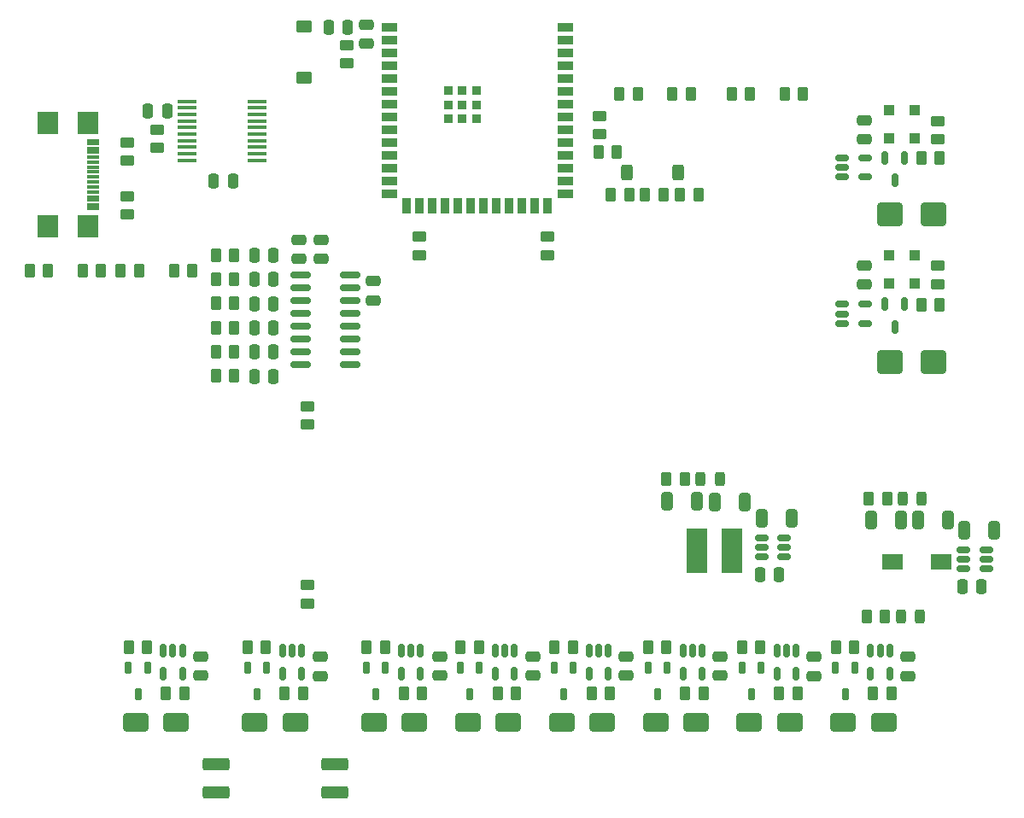
<source format=gtp>
%TF.GenerationSoftware,KiCad,Pcbnew,9.0.6*%
%TF.CreationDate,2026-01-06T18:18:01+01:00*%
%TF.ProjectId,pellet_burner,70656c6c-6574-45f6-9275-726e65722e6b,rev?*%
%TF.SameCoordinates,Original*%
%TF.FileFunction,Paste,Top*%
%TF.FilePolarity,Positive*%
%FSLAX46Y46*%
G04 Gerber Fmt 4.6, Leading zero omitted, Abs format (unit mm)*
G04 Created by KiCad (PCBNEW 9.0.6) date 2026-01-06 18:18:01*
%MOMM*%
%LPD*%
G01*
G04 APERTURE LIST*
G04 Aperture macros list*
%AMRoundRect*
0 Rectangle with rounded corners*
0 $1 Rounding radius*
0 $2 $3 $4 $5 $6 $7 $8 $9 X,Y pos of 4 corners*
0 Add a 4 corners polygon primitive as box body*
4,1,4,$2,$3,$4,$5,$6,$7,$8,$9,$2,$3,0*
0 Add four circle primitives for the rounded corners*
1,1,$1+$1,$2,$3*
1,1,$1+$1,$4,$5*
1,1,$1+$1,$6,$7*
1,1,$1+$1,$8,$9*
0 Add four rect primitives between the rounded corners*
20,1,$1+$1,$2,$3,$4,$5,0*
20,1,$1+$1,$4,$5,$6,$7,0*
20,1,$1+$1,$6,$7,$8,$9,0*
20,1,$1+$1,$8,$9,$2,$3,0*%
G04 Aperture macros list end*
%ADD10R,1.500000X0.900000*%
%ADD11R,0.900000X1.500000*%
%ADD12R,0.900000X0.900000*%
%ADD13RoundRect,0.250000X-0.250000X-0.475000X0.250000X-0.475000X0.250000X0.475000X-0.250000X0.475000X0*%
%ADD14RoundRect,0.150000X-0.150000X0.512500X-0.150000X-0.512500X0.150000X-0.512500X0.150000X0.512500X0*%
%ADD15R,2.000000X2.180000*%
%ADD16R,1.150000X0.300000*%
%ADD17RoundRect,0.250000X-0.450000X0.262500X-0.450000X-0.262500X0.450000X-0.262500X0.450000X0.262500X0*%
%ADD18RoundRect,0.250000X0.262500X0.450000X-0.262500X0.450000X-0.262500X-0.450000X0.262500X-0.450000X0*%
%ADD19RoundRect,0.300000X0.500000X-0.300000X0.500000X0.300000X-0.500000X0.300000X-0.500000X-0.300000X0*%
%ADD20RoundRect,0.300000X-0.300000X-0.500000X0.300000X-0.500000X0.300000X0.500000X-0.300000X0.500000X0*%
%ADD21RoundRect,0.250000X-0.262500X-0.450000X0.262500X-0.450000X0.262500X0.450000X-0.262500X0.450000X0*%
%ADD22RoundRect,0.250000X0.300000X-0.300000X0.300000X0.300000X-0.300000X0.300000X-0.300000X-0.300000X0*%
%ADD23RoundRect,0.250000X0.475000X-0.250000X0.475000X0.250000X-0.475000X0.250000X-0.475000X-0.250000X0*%
%ADD24RoundRect,0.250000X0.450000X-0.262500X0.450000X0.262500X-0.450000X0.262500X-0.450000X-0.262500X0*%
%ADD25RoundRect,0.150000X-0.512500X-0.150000X0.512500X-0.150000X0.512500X0.150000X-0.512500X0.150000X0*%
%ADD26RoundRect,0.150000X0.512500X0.150000X-0.512500X0.150000X-0.512500X-0.150000X0.512500X-0.150000X0*%
%ADD27R,2.000000X4.400000*%
%ADD28RoundRect,0.250000X1.000000X0.650000X-1.000000X0.650000X-1.000000X-0.650000X1.000000X-0.650000X0*%
%ADD29RoundRect,0.162500X-0.162500X0.447500X-0.162500X-0.447500X0.162500X-0.447500X0.162500X0.447500X0*%
%ADD30RoundRect,0.250000X0.325000X0.650000X-0.325000X0.650000X-0.325000X-0.650000X0.325000X-0.650000X0*%
%ADD31RoundRect,0.250000X0.250000X0.475000X-0.250000X0.475000X-0.250000X-0.475000X0.250000X-0.475000X0*%
%ADD32RoundRect,0.250000X-1.075000X0.375000X-1.075000X-0.375000X1.075000X-0.375000X1.075000X0.375000X0*%
%ADD33RoundRect,0.100000X-0.850000X-0.100000X0.850000X-0.100000X0.850000X0.100000X-0.850000X0.100000X0*%
%ADD34RoundRect,0.250000X-0.325000X-0.650000X0.325000X-0.650000X0.325000X0.650000X-0.325000X0.650000X0*%
%ADD35RoundRect,0.250000X-0.475000X0.250000X-0.475000X-0.250000X0.475000X-0.250000X0.475000X0.250000X0*%
%ADD36RoundRect,0.150000X-0.825000X-0.150000X0.825000X-0.150000X0.825000X0.150000X-0.825000X0.150000X0*%
%ADD37RoundRect,0.250000X1.000000X0.900000X-1.000000X0.900000X-1.000000X-0.900000X1.000000X-0.900000X0*%
%ADD38RoundRect,0.243750X-0.243750X-0.456250X0.243750X-0.456250X0.243750X0.456250X-0.243750X0.456250X0*%
%ADD39R,2.150000X1.600000*%
G04 APERTURE END LIST*
D10*
%TO.C,U3*%
X104328600Y-61777400D03*
X104328600Y-63047400D03*
X104328600Y-64317400D03*
X104328600Y-65587400D03*
X104328600Y-66857400D03*
X104328600Y-68127400D03*
X104328600Y-69397400D03*
X104328600Y-70667400D03*
X104328600Y-71937400D03*
X104328600Y-73207400D03*
X104328600Y-74477400D03*
X104328600Y-75747400D03*
X104328600Y-77017400D03*
X104328600Y-78287400D03*
D11*
X102563600Y-79537400D03*
X101293600Y-79537400D03*
X100023600Y-79537400D03*
X98753600Y-79537400D03*
X97483600Y-79537400D03*
X96213600Y-79537400D03*
X94943600Y-79537400D03*
X93673600Y-79537400D03*
X92403600Y-79537400D03*
X91133600Y-79537400D03*
X89863600Y-79537400D03*
X88593600Y-79537400D03*
D10*
X86828600Y-78287400D03*
X86828600Y-77017400D03*
X86828600Y-75747400D03*
X86828600Y-74477400D03*
X86828600Y-73207400D03*
X86828600Y-71937400D03*
X86828600Y-70667400D03*
X86828600Y-69397400D03*
X86828600Y-68127400D03*
X86828600Y-66857400D03*
X86828600Y-65587400D03*
X86828600Y-64317400D03*
X86828600Y-63047400D03*
X86828600Y-61777400D03*
D12*
X95478600Y-69497400D03*
X95478600Y-68097400D03*
X95474206Y-70897400D03*
X94078600Y-69497400D03*
X94078600Y-68097400D03*
X94074206Y-70897400D03*
X92678600Y-69497400D03*
X92678600Y-68097400D03*
X92674206Y-70897400D03*
%TD*%
D13*
%TO.C,C15*%
X82738000Y-61772800D03*
X80838000Y-61772800D03*
%TD*%
D14*
%TO.C,D6*%
X136946600Y-91539900D03*
X135996600Y-89264900D03*
X137896600Y-89264900D03*
%TD*%
%TO.C,D10*%
X136946600Y-77005600D03*
X135996600Y-74730600D03*
X137896600Y-74730600D03*
%TD*%
D15*
%TO.C,J7*%
X56939800Y-81513200D03*
X56939800Y-71293200D03*
X53009800Y-81513200D03*
X53009800Y-71293200D03*
D16*
X57514800Y-73353200D03*
X57514800Y-74153200D03*
X57514800Y-74653200D03*
X57514800Y-75653200D03*
X57514800Y-77153200D03*
X57514800Y-78153200D03*
X57514800Y-78653200D03*
X57514800Y-79453200D03*
X57514800Y-79753200D03*
X57514800Y-78953200D03*
X57514800Y-77653200D03*
X57514800Y-76653200D03*
X57514800Y-76153200D03*
X57514800Y-75153200D03*
X57514800Y-73853200D03*
X57514800Y-73053200D03*
%TD*%
D17*
%TO.C,R3*%
X82600800Y-65403100D03*
X82600800Y-63578100D03*
%TD*%
%TO.C,R11*%
X89863600Y-84402300D03*
X89863600Y-82577300D03*
%TD*%
%TO.C,R12*%
X102563600Y-84402300D03*
X102563600Y-82577300D03*
%TD*%
D18*
%TO.C,R34*%
X112203700Y-78409800D03*
X114028700Y-78409800D03*
%TD*%
D19*
%TO.C,SW1*%
X78359000Y-61737400D03*
X78359000Y-66837400D03*
%TD*%
D20*
%TO.C,SW2*%
X115513800Y-76174600D03*
X110413800Y-76174600D03*
%TD*%
D21*
%TO.C,R35*%
X109665300Y-68402200D03*
X111490300Y-68402200D03*
%TD*%
D22*
%TO.C,D12*%
X138912600Y-72828600D03*
X138912600Y-70028600D03*
%TD*%
D18*
%TO.C,R4*%
X127316385Y-127838343D03*
X125491385Y-127838343D03*
%TD*%
D23*
%TO.C,C22*%
X133962800Y-72923600D03*
X133962800Y-71023600D03*
%TD*%
D24*
%TO.C,R21*%
X60858400Y-75029700D03*
X60858400Y-73204700D03*
%TD*%
D21*
%TO.C,R44*%
X56442900Y-85928200D03*
X58267900Y-85928200D03*
%TD*%
D25*
%TO.C,U7*%
X131755300Y-74743100D03*
X131755300Y-75693100D03*
X131755300Y-76643100D03*
X134030300Y-76643100D03*
X134030300Y-74743100D03*
%TD*%
D26*
%TO.C,U1*%
X126008600Y-114300000D03*
X126008600Y-113350000D03*
X126008600Y-112400000D03*
X123733600Y-112400000D03*
X123733600Y-113350000D03*
X123733600Y-114300000D03*
%TD*%
D27*
%TO.C,L1*%
X120812600Y-113690400D03*
X117312600Y-113690400D03*
%TD*%
D28*
%TO.C,D19*%
X135841771Y-130733800D03*
X131841771Y-130733800D03*
%TD*%
D22*
%TO.C,D7*%
X138912600Y-87205000D03*
X138912600Y-84405000D03*
%TD*%
D18*
%TO.C,R16*%
X90104842Y-127838343D03*
X88279842Y-127838343D03*
%TD*%
D29*
%TO.C,Q2*%
X123688885Y-125308343D03*
X121788885Y-125308343D03*
X122738885Y-127928343D03*
%TD*%
D14*
%TO.C,U5*%
X127158885Y-123632143D03*
X126208885Y-123632143D03*
X125258885Y-123632143D03*
X125258885Y-125907143D03*
X127158885Y-125907143D03*
%TD*%
D21*
%TO.C,R30*%
X61002271Y-123240143D03*
X62827271Y-123240143D03*
%TD*%
D30*
%TO.C,C2*%
X146802600Y-111658400D03*
X143852600Y-111658400D03*
%TD*%
D31*
%TO.C,C4*%
X125496400Y-116078000D03*
X123596400Y-116078000D03*
%TD*%
D30*
%TO.C,C7*%
X137542800Y-110667800D03*
X134592800Y-110667800D03*
%TD*%
%TO.C,C5*%
X117324400Y-108839000D03*
X114374400Y-108839000D03*
%TD*%
D21*
%TO.C,R6*%
X69643700Y-86792280D03*
X71468700Y-86792280D03*
%TD*%
D31*
%TO.C,C25*%
X75356800Y-84424520D03*
X73456800Y-84424520D03*
%TD*%
D21*
%TO.C,R58*%
X103200614Y-123240143D03*
X105025614Y-123240143D03*
%TD*%
D26*
%TO.C,U4*%
X146056900Y-115529400D03*
X146056900Y-114579400D03*
X146056900Y-113629400D03*
X143781900Y-113629400D03*
X143781900Y-114579400D03*
X143781900Y-115529400D03*
%TD*%
D21*
%TO.C,R9*%
X112503500Y-123240143D03*
X114328500Y-123240143D03*
%TD*%
%TO.C,R40*%
X69643700Y-84394520D03*
X71468700Y-84394520D03*
%TD*%
D32*
%TO.C,F2*%
X69672200Y-134853343D03*
X69672200Y-137653343D03*
%TD*%
D17*
%TO.C,R22*%
X60833000Y-78538700D03*
X60833000Y-80363700D03*
%TD*%
D22*
%TO.C,D8*%
X136372600Y-87205000D03*
X136372600Y-84405000D03*
%TD*%
D33*
%TO.C,U15*%
X66761600Y-69138800D03*
X66761600Y-69788800D03*
X66761600Y-70438800D03*
X66761600Y-71088800D03*
X66761600Y-71738800D03*
X66761600Y-72388800D03*
X66761600Y-73038800D03*
X66761600Y-73688800D03*
X66761600Y-74338800D03*
X66761600Y-74988800D03*
X73761600Y-74988800D03*
X73761600Y-74338800D03*
X73761600Y-73688800D03*
X73761600Y-73038800D03*
X73761600Y-72388800D03*
X73761600Y-71738800D03*
X73761600Y-71088800D03*
X73761600Y-70438800D03*
X73761600Y-69788800D03*
X73761600Y-69138800D03*
%TD*%
D29*
%TO.C,Q3*%
X95780228Y-125308343D03*
X93880228Y-125308343D03*
X94830228Y-127928343D03*
%TD*%
D28*
%TO.C,D20*%
X65721571Y-130733800D03*
X61721571Y-130733800D03*
%TD*%
D34*
%TO.C,C8*%
X139255200Y-110642400D03*
X142205200Y-110642400D03*
%TD*%
D31*
%TO.C,C3*%
X145539200Y-117297200D03*
X143639200Y-117297200D03*
%TD*%
D14*
%TO.C,U9*%
X108553114Y-123632143D03*
X107603114Y-123632143D03*
X106653114Y-123632143D03*
X106653114Y-125907143D03*
X108553114Y-125907143D03*
%TD*%
D21*
%TO.C,R26*%
X72791957Y-123240143D03*
X74616957Y-123240143D03*
%TD*%
D35*
%TO.C,C19*%
X138244414Y-124220543D03*
X138244414Y-126120543D03*
%TD*%
%TO.C,C16*%
X101078271Y-124210343D03*
X101078271Y-126110343D03*
%TD*%
%TO.C,C11*%
X128967471Y-124245943D03*
X128967471Y-126145943D03*
%TD*%
D22*
%TO.C,D11*%
X136372600Y-72828600D03*
X136372600Y-70028600D03*
%TD*%
D35*
%TO.C,C12*%
X119645671Y-124195143D03*
X119645671Y-126095143D03*
%TD*%
D30*
%TO.C,C1*%
X126707200Y-110464600D03*
X123757200Y-110464600D03*
%TD*%
D35*
%TO.C,C27*%
X85217000Y-86984800D03*
X85217000Y-88884800D03*
%TD*%
D14*
%TO.C,U11*%
X89947342Y-123632143D03*
X88997342Y-123632143D03*
X88047342Y-123632143D03*
X88047342Y-125907143D03*
X89947342Y-125907143D03*
%TD*%
D21*
%TO.C,R24*%
X69643700Y-96383320D03*
X71468700Y-96383320D03*
%TD*%
D24*
%TO.C,R19*%
X141224000Y-87282500D03*
X141224000Y-85457500D03*
%TD*%
D29*
%TO.C,Q6*%
X74674457Y-125308343D03*
X72774457Y-125308343D03*
X73724457Y-127928343D03*
%TD*%
D36*
%TO.C,U20*%
X78043000Y-86385400D03*
X78043000Y-87655400D03*
X78043000Y-88925400D03*
X78043000Y-90195400D03*
X78043000Y-91465400D03*
X78043000Y-92735400D03*
X78043000Y-94005400D03*
X78043000Y-95275400D03*
X82993000Y-95275400D03*
X82993000Y-94005400D03*
X82993000Y-92735400D03*
X82993000Y-91465400D03*
X82993000Y-90195400D03*
X82993000Y-88925400D03*
X82993000Y-87655400D03*
X82993000Y-86385400D03*
%TD*%
D18*
%TO.C,R38*%
X127862800Y-68402200D03*
X126037800Y-68402200D03*
%TD*%
D29*
%TO.C,Q1*%
X105083114Y-125308343D03*
X103183114Y-125308343D03*
X104133114Y-127928343D03*
%TD*%
D24*
%TO.C,R49*%
X78690400Y-118957900D03*
X78690400Y-117132900D03*
%TD*%
D37*
%TO.C,D21*%
X140802800Y-80379800D03*
X136502800Y-80379800D03*
%TD*%
D38*
%TO.C,D14*%
X137771900Y-108508800D03*
X139646900Y-108508800D03*
%TD*%
D18*
%TO.C,R27*%
X136619271Y-127838343D03*
X134794271Y-127838343D03*
%TD*%
D23*
%TO.C,C23*%
X77927200Y-84770000D03*
X77927200Y-82870000D03*
%TD*%
D29*
%TO.C,Q8*%
X62884771Y-125308343D03*
X60984771Y-125308343D03*
X61934771Y-127928343D03*
%TD*%
%TO.C,Q5*%
X86477342Y-125308343D03*
X84577342Y-125308343D03*
X85527342Y-127928343D03*
%TD*%
D31*
%TO.C,C9*%
X64805600Y-70129400D03*
X62905600Y-70129400D03*
%TD*%
D18*
%TO.C,R43*%
X53007900Y-85928200D03*
X51182900Y-85928200D03*
%TD*%
D35*
%TO.C,C20*%
X68163671Y-124169743D03*
X68163671Y-126069743D03*
%TD*%
D28*
%TO.C,D18*%
X77524457Y-130733800D03*
X73524457Y-130733800D03*
%TD*%
D21*
%TO.C,R23*%
X69643700Y-93985560D03*
X71468700Y-93985560D03*
%TD*%
D18*
%TO.C,R37*%
X116750300Y-68402200D03*
X114925300Y-68402200D03*
%TD*%
D24*
%TO.C,R45*%
X107670600Y-72413500D03*
X107670600Y-70588500D03*
%TD*%
D18*
%TO.C,R32*%
X136218300Y-108508800D03*
X134393300Y-108508800D03*
%TD*%
%TO.C,R42*%
X109395900Y-74193400D03*
X107570900Y-74193400D03*
%TD*%
D23*
%TO.C,C21*%
X133962800Y-87300000D03*
X133962800Y-85400000D03*
%TD*%
D14*
%TO.C,U2*%
X99250228Y-123632143D03*
X98300228Y-123632143D03*
X97350228Y-123632143D03*
X97350228Y-125907143D03*
X99250228Y-125907143D03*
%TD*%
D34*
%TO.C,C6*%
X119109000Y-108889800D03*
X122059000Y-108889800D03*
%TD*%
D21*
%TO.C,R2*%
X93897728Y-123240143D03*
X95722728Y-123240143D03*
%TD*%
D28*
%TO.C,D4*%
X117236000Y-130733800D03*
X113236000Y-130733800D03*
%TD*%
%TO.C,D3*%
X126538885Y-130733800D03*
X122538885Y-130733800D03*
%TD*%
D35*
%TO.C,C17*%
X91832671Y-124195143D03*
X91832671Y-126095143D03*
%TD*%
D31*
%TO.C,C30*%
X75356800Y-94015560D03*
X73456800Y-94015560D03*
%TD*%
D21*
%TO.C,R18*%
X139600300Y-89302400D03*
X141425300Y-89302400D03*
%TD*%
D29*
%TO.C,Q7*%
X132991771Y-125308343D03*
X131091771Y-125308343D03*
X132041771Y-127928343D03*
%TD*%
D21*
%TO.C,R15*%
X69643700Y-89190040D03*
X71468700Y-89190040D03*
%TD*%
D23*
%TO.C,C24*%
X80111600Y-84770000D03*
X80111600Y-82870000D03*
%TD*%
%TO.C,C14*%
X84582000Y-63434000D03*
X84582000Y-61534000D03*
%TD*%
D21*
%TO.C,R8*%
X121806385Y-123240143D03*
X123631385Y-123240143D03*
%TD*%
D28*
%TO.C,D2*%
X98630228Y-130733800D03*
X94630228Y-130733800D03*
%TD*%
D18*
%TO.C,R33*%
X116139700Y-106603800D03*
X114314700Y-106603800D03*
%TD*%
D17*
%TO.C,R5*%
X63830200Y-71960100D03*
X63830200Y-73785100D03*
%TD*%
D18*
%TO.C,R29*%
X66499071Y-127838343D03*
X64674071Y-127838343D03*
%TD*%
%TO.C,R10*%
X108710614Y-127838343D03*
X106885614Y-127838343D03*
%TD*%
%TO.C,R41*%
X67308100Y-85928200D03*
X65483100Y-85928200D03*
%TD*%
D14*
%TO.C,U6*%
X117856000Y-123632143D03*
X116906000Y-123632143D03*
X115956000Y-123632143D03*
X115956000Y-125907143D03*
X117856000Y-125907143D03*
%TD*%
D28*
%TO.C,D5*%
X89327342Y-130733800D03*
X85327342Y-130733800D03*
%TD*%
D31*
%TO.C,C10*%
X71358800Y-77089000D03*
X69458800Y-77089000D03*
%TD*%
D38*
%TO.C,D13*%
X137568700Y-120218200D03*
X139443700Y-120218200D03*
%TD*%
D29*
%TO.C,Q4*%
X114386000Y-125308343D03*
X112486000Y-125308343D03*
X113436000Y-127928343D03*
%TD*%
D14*
%TO.C,U22*%
X136461771Y-123632143D03*
X135511771Y-123632143D03*
X134561771Y-123632143D03*
X134561771Y-125907143D03*
X136461771Y-125907143D03*
%TD*%
D21*
%TO.C,R13*%
X139600300Y-74768100D03*
X141425300Y-74768100D03*
%TD*%
%TO.C,R36*%
X120777800Y-68402200D03*
X122602800Y-68402200D03*
%TD*%
D18*
%TO.C,R47*%
X110615100Y-78409800D03*
X108790100Y-78409800D03*
%TD*%
%TO.C,R1*%
X99407728Y-127838343D03*
X97582728Y-127838343D03*
%TD*%
%TO.C,R46*%
X117473100Y-78409800D03*
X115648100Y-78409800D03*
%TD*%
D31*
%TO.C,C26*%
X75356800Y-86822280D03*
X73456800Y-86822280D03*
%TD*%
D39*
%TO.C,L2*%
X141515800Y-114782600D03*
X136715800Y-114782600D03*
%TD*%
D18*
%TO.C,R7*%
X118013500Y-127838343D03*
X116188500Y-127838343D03*
%TD*%
D25*
%TO.C,U13*%
X131755300Y-89277400D03*
X131755300Y-90227400D03*
X131755300Y-91177400D03*
X134030300Y-91177400D03*
X134030300Y-89277400D03*
%TD*%
D38*
%TO.C,D15*%
X117718700Y-106603800D03*
X119593700Y-106603800D03*
%TD*%
D21*
%TO.C,R28*%
X131109271Y-123240143D03*
X132934271Y-123240143D03*
%TD*%
D18*
%TO.C,R31*%
X135989700Y-120218200D03*
X134164700Y-120218200D03*
%TD*%
D14*
%TO.C,U23*%
X66341571Y-123632143D03*
X65391571Y-123632143D03*
X64441571Y-123632143D03*
X64441571Y-125907143D03*
X66341571Y-125907143D03*
%TD*%
D31*
%TO.C,C29*%
X75356800Y-91617800D03*
X73456800Y-91617800D03*
%TD*%
D37*
%TO.C,D9*%
X140757800Y-95014000D03*
X136457800Y-95014000D03*
%TD*%
D31*
%TO.C,C31*%
X75356800Y-96408320D03*
X73456800Y-96408320D03*
%TD*%
D35*
%TO.C,C18*%
X79985471Y-124220543D03*
X79985471Y-126120543D03*
%TD*%
D28*
%TO.C,D1*%
X107933114Y-130733800D03*
X103933114Y-130733800D03*
%TD*%
D21*
%TO.C,R20*%
X69643700Y-91587800D03*
X71468700Y-91587800D03*
%TD*%
%TO.C,R17*%
X84594842Y-123240143D03*
X86419842Y-123240143D03*
%TD*%
%TO.C,R39*%
X60223100Y-85928200D03*
X62048100Y-85928200D03*
%TD*%
D14*
%TO.C,U21*%
X78144457Y-123632143D03*
X77194457Y-123632143D03*
X76244457Y-123632143D03*
X76244457Y-125907143D03*
X78144457Y-125907143D03*
%TD*%
D31*
%TO.C,C28*%
X75356800Y-89220040D03*
X73456800Y-89220040D03*
%TD*%
D32*
%TO.C,F3*%
X81457800Y-134853343D03*
X81457800Y-137653343D03*
%TD*%
D18*
%TO.C,R25*%
X78301957Y-127838343D03*
X76476957Y-127838343D03*
%TD*%
D17*
%TO.C,R53*%
X78690400Y-99380500D03*
X78690400Y-101205500D03*
%TD*%
D24*
%TO.C,R14*%
X141224000Y-72906100D03*
X141224000Y-71081100D03*
%TD*%
D35*
%TO.C,C13*%
X110349271Y-124210343D03*
X110349271Y-126110343D03*
%TD*%
M02*

</source>
